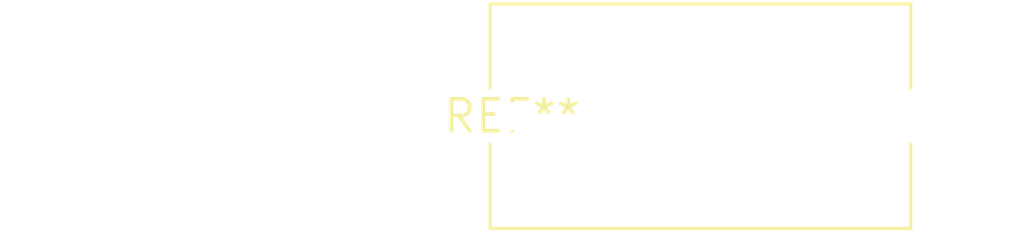
<source format=kicad_pcb>
(kicad_pcb (version 20240108) (generator pcbnew)
  (layers (0 "F.Cu" signal) (31 "B.Cu" signal) (34 "B.Paste" user) (35 "F.Paste" user) (36 "B.SilkS" user "B.Silkscreen") (37 "F.SilkS" user "F.Silkscreen") (38 "B.Mask" user) (39 "F.Mask" user) (44 "Edge.Cuts" user))
  (net 0 "")
  (footprint "C_Rect_L16.5mm_W8.7mm_P15.00mm_MKT" (layer "F.Cu") (at 0 0)
    (property "Reference" "REF**")
    (property "Value" "C_Rect_L16.5mm_W8.7mm_P15.00mm_MKT")
    (fp_line (start -0.87 -4.47) (end -0.87 -1.104) (layer "F.SilkS") (stroke (width 0.12)))
    (fp_line (start -0.87 -4.47) (end 15.87 -4.47) (layer "F.SilkS") (stroke (width 0.12)))
    (fp_line (start -0.87 1.104) (end -0.87 4.47) (layer "F.SilkS") (stroke (width 0.12)))
    (fp_line (start -0.87 4.47) (end 15.87 4.47) (layer "F.SilkS") (stroke (width 0.12)))
    (fp_line (start 15.87 -4.47) (end 15.87 -1.104) (layer "F.SilkS") (stroke (width 0.12)))
    (fp_line (start 15.87 1.104) (end 15.87 4.47) (layer "F.SilkS") (stroke (width 0.12)))
    (pad "1" thru_hole circle (at 0 0) (size 2.2 2.2) (drill 1.1) (layers *.Cu *.Mask) (remove_unused_layers))
    (pad "2" thru_hole circle (at 15 0) (size 2.2 2.2) (drill 1.1) (layers *.Cu *.Mask) (remove_unused_layers))
  )
)
</source>
